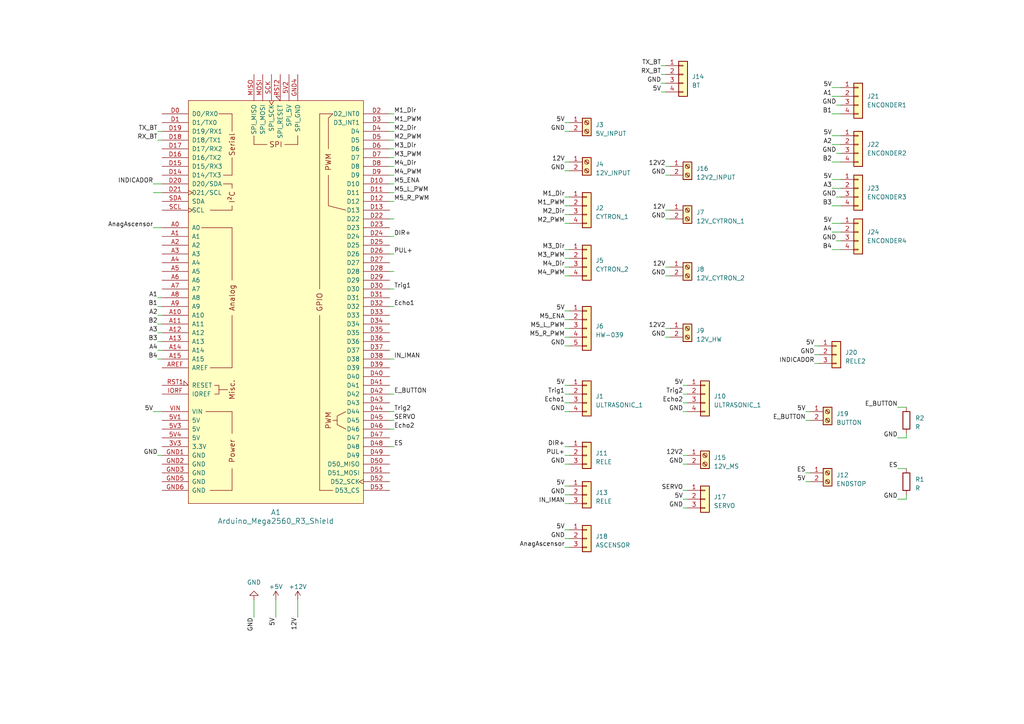
<source format=kicad_sch>
(kicad_sch (version 20231120) (generator "eeschema") (generator_version "8.0")
  (paper "A4")
  (lib_symbols
    (symbol "ARDUINO:Arduino_Mega2560_R3_Shield" (pin_names (offset 1.016))
      (property "Reference" "A" (at 0 -62.23 0))
      (property "Value" "Arduino_Mega2560_R3_Shield" (at 0 -66.04 0))
      (symbol "Arduino_Mega2560_R3_Shield_0_0"
        (rectangle (start -25.4 -58.42) (end 25.4 58.42) (fill (type background)))
        (rectangle (start -20.32 -31.75) (end -12.7 -31.75))
        (rectangle (start -19.05 -54.61) (end -12.7 -54.61))
        (rectangle (start -19.05 -19.05) (end -12.7 -19.05))
        (rectangle (start -19.05 26.67) (end -12.7 26.67))
        (rectangle (start -17.78 -26.67) (end -16.51 -26.67))
        (rectangle (start -17.78 -24.13) (end -16.51 -24.13))
        (rectangle (start -16.51 -25.4) (end -13.97 -25.4))
        (rectangle (start -16.51 -24.13) (end -16.51 -26.67))
        (rectangle (start -16.51 54.61) (end -12.7 54.61))
        (rectangle (start -15.24 34.29) (end -12.7 34.29))
        (rectangle (start -15.24 36.83) (end -12.7 36.83))
        (rectangle (start -12.7 -54.61) (end -12.7 -48.26))
        (rectangle (start -12.7 -31.75) (end -12.7 -38.1))
        (rectangle (start -12.7 26.67) (end -12.7 27.94))
        (rectangle (start -12.7 34.29) (end -12.7 33.02))
        (rectangle (start -12.7 41.91) (end -12.7 36.83))
        (rectangle (start -12.7 49.53) (end -12.7 54.61))
        (rectangle (start -6.35 48.26) (end -6.35 45.72))
        (rectangle (start -2.54 45.72) (end -6.35 45.72))
        (polyline (pts (xy -21.59 21.59) (xy -12.7 21.59)))
        (polyline (pts (xy -12.7 -19.05) (xy -12.7 -3.81)))
        (polyline (pts (xy -12.7 6.35) (xy -12.7 21.59)))
        (polyline (pts (xy 12.7 -54.61) (xy 16.51 -54.61)))
        (polyline (pts (xy 12.7 54.61) (xy 16.51 54.61)))
        (polyline (pts (xy 17.78 -34.29) (xy 16.51 -34.29)))
        (polyline (pts (xy 15.24 36.83) (xy 15.24 27.94) (xy 20.32 26.67)))
        (polyline (pts (xy 15.24 44.45) (xy 15.24 53.34) (xy 16.51 54.61)))
        (polyline (pts (xy 20.32 -31.75) (xy 17.78 -33.02) (xy 17.78 -35.56) (xy 20.32 -36.83)))
        (rectangle (start 6.35 45.72) (end 2.54 45.72))
        (rectangle (start 6.35 48.26) (end 6.35 45.72))
        (text "Analog" (at -12.7 1.27 900) (effects (font (size 1.524 1.524))))
        (text "I²C" (at -12.7 30.48 900) (effects (font (size 1.524 1.524))))
        (text "Misc." (at -12.7 -25.4 900) (effects (font (size 1.524 1.524))))
        (text "Power" (at -12.7 -43.18 900) (effects (font (size 1.524 1.524))))
        (text "PWM" (at 15.24 -34.29 900) (effects (font (size 1.524 1.524))))
        (text "PWM" (at 15.24 40.64 900) (effects (font (size 1.524 1.524))))
        (text "Serial" (at -12.7 45.72 900) (effects (font (size 1.524 1.524))))
        (text "SPI" (at 0 45.72 0) (effects (font (size 1.524 1.524))))
      )
      (symbol "Arduino_Mega2560_R3_Shield_1_0"
        (rectangle (start 12.7 -54.61) (end 12.7 -3.81))
        (rectangle (start 12.7 54.61) (end 12.7 3.81))
        (text "GPIO" (at 12.7 0 900) (effects (font (size 1.524 1.524))))
      )
      (symbol "Arduino_Mega2560_R3_Shield_1_1"
        (pin power_out line (at -33.02 -41.91 0) (length 7.62) (name "3.3V") (number "3V3"))
        (pin power_in line (at -33.02 -34.29 0) (length 7.62) (name "5V") (number "5V1"))
        (pin power_in line (at 3.81 66.04 270) (length 7.62) (name "SPI_5V") (number "5V2"))
        (pin power_in line (at -33.02 -36.83 0) (length 7.62) (name "5V") (number "5V3"))
        (pin power_in line (at -33.02 -39.37 0) (length 7.62) (name "5V") (number "5V4"))
        (pin bidirectional line (at -33.02 21.59 0) (length 7.62) (name "A0") (number "A0"))
        (pin bidirectional line (at -33.02 19.05 0) (length 7.62) (name "A1") (number "A1"))
        (pin bidirectional line (at -33.02 -3.81 0) (length 7.62) (name "A10") (number "A10"))
        (pin bidirectional line (at -33.02 -6.35 0) (length 7.62) (name "A11") (number "A11"))
        (pin bidirectional line (at -33.02 -8.89 0) (length 7.62) (name "A12") (number "A12"))
        (pin bidirectional line (at -33.02 -11.43 0) (length 7.62) (name "A13") (number "A13"))
        (pin bidirectional line (at -33.02 -13.97 0) (length 7.62) (name "A14") (number "A14"))
        (pin bidirectional line (at -33.02 -16.51 0) (length 7.62) (name "A15") (number "A15"))
        (pin bidirectional line (at -33.02 16.51 0) (length 7.62) (name "A2") (number "A2"))
        (pin bidirectional line (at -33.02 13.97 0) (length 7.62) (name "A3") (number "A3"))
        (pin bidirectional line (at -33.02 11.43 0) (length 7.62) (name "A4") (number "A4"))
        (pin bidirectional line (at -33.02 8.89 0) (length 7.62) (name "A5") (number "A5"))
        (pin bidirectional line (at -33.02 6.35 0) (length 7.62) (name "A6") (number "A6"))
        (pin bidirectional line (at -33.02 3.81 0) (length 7.62) (name "A7") (number "A7"))
        (pin bidirectional line (at -33.02 1.27 0) (length 7.62) (name "A8") (number "A8"))
        (pin bidirectional line (at -33.02 -1.27 0) (length 7.62) (name "A9") (number "A9"))
        (pin input line (at -33.02 -19.05 0) (length 7.62) (name "AREF") (number "AREF"))
        (pin bidirectional line (at -33.02 54.61 0) (length 7.62) (name "D0/RX0") (number "D0"))
        (pin bidirectional line (at -33.02 52.07 0) (length 7.62) (name "D1/TX0") (number "D1"))
        (pin bidirectional line (at 33.02 34.29 180) (length 7.62) (name "D10") (number "D10"))
        (pin bidirectional line (at 33.02 31.75 180) (length 7.62) (name "D11") (number "D11"))
        (pin bidirectional line (at 33.02 29.21 180) (length 7.62) (name "D12") (number "D12"))
        (pin bidirectional line (at 33.02 26.67 180) (length 7.62) (name "D13") (number "D13"))
        (pin bidirectional line (at -33.02 36.83 0) (length 7.62) (name "D14/TX3") (number "D14"))
        (pin bidirectional line (at -33.02 39.37 0) (length 7.62) (name "D15/RX3") (number "D15"))
        (pin bidirectional line (at -33.02 41.91 0) (length 7.62) (name "D16/TX2") (number "D16"))
        (pin bidirectional line (at -33.02 44.45 0) (length 7.62) (name "D17/RX2") (number "D17"))
        (pin bidirectional line (at -33.02 46.99 0) (length 7.62) (name "D18/TX1") (number "D18"))
        (pin bidirectional line (at -33.02 49.53 0) (length 7.62) (name "D19/RX1") (number "D19"))
        (pin bidirectional line (at 33.02 54.61 180) (length 7.62) (name "D2_INT0") (number "D2"))
        (pin bidirectional line (at -33.02 34.29 0) (length 7.62) (name "D20/SDA") (number "D20"))
        (pin bidirectional clock (at -33.02 31.75 0) (length 7.62) (name "D21/SCL") (number "D21"))
        (pin bidirectional line (at 33.02 24.13 180) (length 7.62) (name "D22") (number "D22"))
        (pin bidirectional line (at 33.02 21.59 180) (length 7.62) (name "D23") (number "D23"))
        (pin bidirectional line (at 33.02 19.05 180) (length 7.62) (name "D24") (number "D24"))
        (pin bidirectional line (at 33.02 16.51 180) (length 7.62) (name "D25") (number "D25"))
        (pin bidirectional line (at 33.02 13.97 180) (length 7.62) (name "D26") (number "D26"))
        (pin bidirectional line (at 33.02 11.43 180) (length 7.62) (name "D27") (number "D27"))
        (pin bidirectional line (at 33.02 8.89 180) (length 7.62) (name "D28") (number "D28"))
        (pin bidirectional line (at 33.02 6.35 180) (length 7.62) (name "D29") (number "D29"))
        (pin bidirectional line (at 33.02 52.07 180) (length 7.62) (name "D3_INT1") (number "D3"))
        (pin bidirectional line (at 33.02 3.81 180) (length 7.62) (name "D30") (number "D30"))
        (pin bidirectional line (at 33.02 1.27 180) (length 7.62) (name "D31") (number "D31"))
        (pin bidirectional line (at 33.02 -1.27 180) (length 7.62) (name "D32") (number "D32"))
        (pin bidirectional line (at 33.02 -3.81 180) (length 7.62) (name "D33") (number "D33"))
        (pin bidirectional line (at 33.02 -6.35 180) (length 7.62) (name "D34") (number "D34"))
        (pin bidirectional line (at 33.02 -8.89 180) (length 7.62) (name "D35") (number "D35"))
        (pin bidirectional line (at 33.02 -11.43 180) (length 7.62) (name "D36") (number "D36"))
        (pin bidirectional line (at 33.02 -13.97 180) (length 7.62) (name "D37") (number "D37"))
        (pin bidirectional line (at 33.02 -16.51 180) (length 7.62) (name "D38") (number "D38"))
        (pin bidirectional line (at 33.02 -19.05 180) (length 7.62) (name "D39") (number "D39"))
        (pin bidirectional line (at 33.02 49.53 180) (length 7.62) (name "D4") (number "D4"))
        (pin bidirectional line (at 33.02 -21.59 180) (length 7.62) (name "D40") (number "D40"))
        (pin bidirectional line (at 33.02 -24.13 180) (length 7.62) (name "D41") (number "D41"))
        (pin bidirectional line (at 33.02 -26.67 180) (length 7.62) (name "D42") (number "D42"))
        (pin bidirectional line (at 33.02 -29.21 180) (length 7.62) (name "D43") (number "D43"))
        (pin bidirectional line (at 33.02 -31.75 180) (length 7.62) (name "D44") (number "D44"))
        (pin bidirectional line (at 33.02 -34.29 180) (length 7.62) (name "D45") (number "D45"))
        (pin bidirectional line (at 33.02 -36.83 180) (length 7.62) (name "D46") (number "D46"))
        (pin bidirectional line (at 33.02 -39.37 180) (length 7.62) (name "D47") (number "D47"))
        (pin bidirectional line (at 33.02 -41.91 180) (length 7.62) (name "D48") (number "D48"))
        (pin bidirectional line (at 33.02 -44.45 180) (length 7.62) (name "D49") (number "D49"))
        (pin bidirectional line (at 33.02 46.99 180) (length 7.62) (name "D5") (number "D5"))
        (pin bidirectional line (at 33.02 -46.99 180) (length 7.62) (name "D50_MISO") (number "D50"))
        (pin bidirectional line (at 33.02 -49.53 180) (length 7.62) (name "D51_MOSI") (number "D51"))
        (pin bidirectional clock (at 33.02 -52.07 180) (length 7.62) (name "D52_SCK") (number "D52"))
        (pin bidirectional line (at 33.02 -54.61 180) (length 7.62) (name "D53_CS") (number "D53"))
        (pin bidirectional line (at 33.02 44.45 180) (length 7.62) (name "D6") (number "D6"))
        (pin bidirectional line (at 33.02 41.91 180) (length 7.62) (name "D7") (number "D7"))
        (pin bidirectional line (at 33.02 39.37 180) (length 7.62) (name "D8") (number "D8"))
        (pin bidirectional line (at 33.02 36.83 180) (length 7.62) (name "D9") (number "D9"))
        (pin power_in line (at -33.02 -44.45 0) (length 7.62) (name "GND") (number "GND1"))
        (pin power_in line (at -33.02 -46.99 0) (length 7.62) (name "GND") (number "GND2"))
        (pin power_in line (at -33.02 -49.53 0) (length 7.62) (name "GND") (number "GND3"))
        (pin power_in line (at 6.35 66.04 270) (length 7.62) (name "SPI_GND") (number "GND4"))
        (pin power_in line (at -33.02 -52.07 0) (length 7.62) (name "GND") (number "GND5"))
        (pin power_in line (at -33.02 -54.61 0) (length 7.62) (name "GND") (number "GND6"))
        (pin output line (at -33.02 -26.67 0) (length 7.62) (name "IOREF") (number "IORF"))
        (pin input line (at -6.35 66.04 270) (length 7.62) (name "SPI_MISO") (number "MISO"))
        (pin output line (at -3.81 66.04 270) (length 7.62) (name "SPI_MOSI") (number "MOSI"))
        (pin open_collector input_low (at -33.02 -24.13 0) (length 7.62) (name "RESET") (number "RST1"))
        (pin open_collector input_low (at 1.27 66.04 270) (length 7.62) (name "SPI_RESET") (number "RST2"))
        (pin output clock (at -1.27 66.04 270) (length 7.62) (name "SPI_SCK") (number "SCK"))
        (pin bidirectional clock (at -33.02 26.67 0) (length 7.62) (name "SCL") (number "SCL"))
        (pin bidirectional line (at -33.02 29.21 0) (length 7.62) (name "SDA") (number "SDA"))
        (pin power_in line (at -33.02 -31.75 0) (length 7.62) (name "VIN") (number "VIN"))
      )
    )
    (symbol "Connector:Screw_Terminal_01x02" (pin_names (offset 1.016) hide)
      (property "Reference" "J" (at 0 2.54 0))
      (property "Value" "Screw_Terminal_01x02" (at 0 -5.08 0))
      (symbol "Screw_Terminal_01x02_1_1"
        (rectangle (start -1.27 1.27) (end 1.27 -3.81) (stroke (width 0.254)) (fill (type background)))
        (circle (center 0 -2.54) (radius 0.635) (stroke (width 0.1524)))
        (polyline (pts (xy -0.5334 -2.2098) (xy 0.3302 -3.048)) (stroke (width 0.1524)))
        (polyline (pts (xy -0.5334 0.3302) (xy 0.3302 -0.508)) (stroke (width 0.1524)))
        (polyline (pts (xy -0.3556 -2.032) (xy 0.508 -2.8702)) (stroke (width 0.1524)))
        (polyline (pts (xy -0.3556 0.508) (xy 0.508 -0.3302)) (stroke (width 0.1524)))
        (circle (center 0 0) (radius 0.635) (stroke (width 0.1524)))
        (pin passive line (at -5.08 0 0) (length 3.81) (name "Pin_1") (number "1"))
        (pin passive line (at -5.08 -2.54 0) (length 3.81) (name "Pin_2") (number "2"))
      )
    )
    (symbol "Connector_Generic:Conn_01x03" (pin_names (offset 1.016) hide)
      (property "Reference" "J" (at 0 5.08 0))
      (property "Value" "Conn_01x03" (at 0 -5.08 0))
      (symbol "Conn_01x03_1_1"
        (rectangle (start -1.27 -2.413) (end 0 -2.667) (stroke (width 0.1524)))
        (rectangle (start -1.27 0.127) (end 0 -0.127) (stroke (width 0.1524)))
        (rectangle (start -1.27 2.667) (end 0 2.413) (stroke (width 0.1524)))
        (rectangle (start -1.27 3.81) (end 1.27 -3.81) (stroke (width 0.254)) (fill (type background)))
        (pin passive line (at -5.08 2.54 0) (length 3.81) (name "Pin_1") (number "1"))
        (pin passive line (at -5.08 0 0) (length 3.81) (name "Pin_2") (number "2"))
        (pin passive line (at -5.08 -2.54 0) (length 3.81) (name "Pin_3") (number "3"))
      )
    )
    (symbol "Connector_Generic:Conn_01x04" (pin_names (offset 1.016) hide)
      (property "Reference" "J" (at 0 5.08 0))
      (property "Value" "Conn_01x04" (at 0 -7.62 0))
      (symbol "Conn_01x04_1_1"
        (rectangle (start -1.27 -4.953) (end 0 -5.207) (stroke (width 0.1524)))
        (rectangle (start -1.27 -2.413) (end 0 -2.667) (stroke (width 0.1524)))
        (rectangle (start -1.27 0.127) (end 0 -0.127) (stroke (width 0.1524)))
        (rectangle (start -1.27 2.667) (end 0 2.413) (stroke (width 0.1524)))
        (rectangle (start -1.27 3.81) (end 1.27 -6.35) (stroke (width 0.254)) (fill (type background)))
        (pin passive line (at -5.08 2.54 0) (length 3.81) (name "Pin_1") (number "1"))
        (pin passive line (at -5.08 0 0) (length 3.81) (name "Pin_2") (number "2"))
        (pin passive line (at -5.08 -2.54 0) (length 3.81) (name "Pin_3") (number "3"))
        (pin passive line (at -5.08 -5.08 0) (length 3.81) (name "Pin_4") (number "4"))
      )
    )
    (symbol "Connector_Generic:Conn_01x05" (pin_names (offset 1.016) hide)
      (property "Reference" "J" (at 0 7.62 0))
      (property "Value" "Conn_01x05" (at 0 -7.62 0))
      (symbol "Conn_01x05_1_1"
        (rectangle (start -1.27 -4.953) (end 0 -5.207) (stroke (width 0.1524)))
        (rectangle (start -1.27 -2.413) (end 0 -2.667) (stroke (width 0.1524)))
        (rectangle (start -1.27 0.127) (end 0 -0.127) (stroke (width 0.1524)))
        (rectangle (start -1.27 2.667) (end 0 2.413) (stroke (width 0.1524)))
        (rectangle (start -1.27 5.207) (end 0 4.953) (stroke (width 0.1524)))
        (rectangle (start -1.27 6.35) (end 1.27 -6.35) (stroke (width 0.254)) (fill (type background)))
        (pin passive line (at -5.08 5.08 0) (length 3.81) (name "Pin_1") (number "1"))
        (pin passive line (at -5.08 2.54 0) (length 3.81) (name "Pin_2") (number "2"))
        (pin passive line (at -5.08 0 0) (length 3.81) (name "Pin_3") (number "3"))
        (pin passive line (at -5.08 -2.54 0) (length 3.81) (name "Pin_4") (number "4"))
        (pin passive line (at -5.08 -5.08 0) (length 3.81) (name "Pin_5") (number "5"))
      )
    )
    (symbol "Device:R" (pin_numbers hide) (pin_names (offset 0))
      (property "Reference" "R" (at 2.032 0 90))
      (property "Value" "R" (at 0 0 90))
      (symbol "R_0_1"
        (rectangle (start -1.016 -2.54) (end 1.016 2.54) (stroke (width 0.254)))
      )
      (symbol "R_1_1"
        (pin passive line (at 0 3.81 270) (length 1.27) (name "~") (number "1"))
        (pin passive line (at 0 -3.81 90) (length 1.27) (name "~") (number "2"))
      )
    )
    (symbol "power:+12V" (power) (pin_names (offset 0))
      (property "Value" "+12V" (at 0 3.556 0))
      (symbol "+12V_0_1"
        (polyline (pts (xy -0.762 1.27) (xy 0 2.54)))
        (polyline (pts (xy 0 0) (xy 0 2.54)))
        (polyline (pts (xy 0 2.54) (xy 0.762 1.27)))
      )
      (symbol "+12V_1_1"
        (pin power_in line (at 0 0 90) (length 0) hide (name "+12V") (number "1"))
      )
    )
    (symbol "power:+5V" (power) (pin_names (offset 0))
      (property "Value" "+5V" (at 0 3.556 0))
      (symbol "+5V_0_1"
        (polyline (pts (xy -0.762 1.27) (xy 0 2.54)))
        (polyline (pts (xy 0 0) (xy 0 2.54)))
        (polyline (pts (xy 0 2.54) (xy 0.762 1.27)))
      )
      (symbol "+5V_1_1"
        (pin power_in line (at 0 0 90) (length 0) hide (name "+5V") (number "1"))
      )
    )
    (symbol "power:GND" (power) (pin_names (offset 0))
      (property "Value" "GND" (at 0 -3.81 0))
      (symbol "GND_0_1"
        (polyline (pts (xy 0 0) (xy 0 -1.27) (xy 1.27 -1.27) (xy 0 -2.54) (xy -1.27 -1.27) (xy 0 -1.27)))
      )
      (symbol "GND_1_1"
        (pin power_in line (at 0 0 270) (length 0) hide (name "GND") (number "1"))
      )
    )
  )
  (wire (pts (xy 114.3 33.02) (xy 113.03 33.02)))
  (wire (pts (xy 163.83 57.15) (xy 165.1 57.15)))
  (wire (pts (xy 163.83 100.33) (xy 165.1 100.33)))
  (wire (pts (xy 163.83 49.53) (xy 165.1 49.53)))
  (wire (pts (xy 163.83 80.01) (xy 165.1 80.01)))
  (wire (pts (xy 233.68 139.7) (xy 234.95 139.7)))
  (wire (pts (xy 193.04 63.5) (xy 194.31 63.5)))
  (wire (pts (xy 163.83 140.97) (xy 165.1 140.97)))
  (wire (pts (xy 114.3 78.74) (xy 113.03 78.74)))
  (wire (pts (xy 163.83 92.71) (xy 165.1 92.71)))
  (wire (pts (xy 163.83 111.76) (xy 165.1 111.76)))
  (wire (pts (xy 193.04 48.26) (xy 194.31 48.26)))
  (wire (pts (xy 45.72 96.52) (xy 46.99 96.52)))
  (wire (pts (xy 191.77 24.13) (xy 193.04 24.13)))
  (wire (pts (xy 163.83 153.67) (xy 165.1 153.67)))
  (wire (pts (xy 236.22 100.33) (xy 237.49 100.33)))
  (wire (pts (xy 114.3 58.42) (xy 113.03 58.42)))
  (wire (pts (xy 114.3 83.82) (xy 113.03 83.82)))
  (wire (pts (xy 241.3 46.99) (xy 243.84 46.99)))
  (wire (pts (xy 242.57 44.45) (xy 243.84 44.45)))
  (wire (pts (xy 163.83 143.51) (xy 165.1 143.51)))
  (wire (pts (xy 163.83 38.1) (xy 165.1 38.1)))
  (wire (pts (xy 198.12 142.24) (xy 199.39 142.24)))
  (wire (pts (xy 198.12 132.08) (xy 199.39 132.08)))
  (wire (pts (xy 262.89 143.51) (xy 262.89 144.78)))
  (wire (pts (xy 114.3 45.72) (xy 113.03 45.72)))
  (wire (pts (xy 163.83 46.99) (xy 165.1 46.99)))
  (wire (pts (xy 163.83 134.62) (xy 165.1 134.62)))
  (wire (pts (xy 242.57 57.15) (xy 243.84 57.15)))
  (wire (pts (xy 163.83 95.25) (xy 165.1 95.25)))
  (wire (pts (xy 191.77 26.67) (xy 193.04 26.67)))
  (wire (pts (xy 233.68 137.16) (xy 234.95 137.16)))
  (wire (pts (xy 198.12 134.62) (xy 199.39 134.62)))
  (wire (pts (xy 163.83 35.56) (xy 165.1 35.56)))
  (wire (pts (xy 198.12 144.78) (xy 199.39 144.78)))
  (wire (pts (xy 163.83 132.08) (xy 165.1 132.08)))
  (wire (pts (xy 114.3 38.1) (xy 113.03 38.1)))
  (wire (pts (xy 198.12 111.76) (xy 199.39 111.76)))
  (wire (pts (xy 191.77 21.59) (xy 193.04 21.59)))
  (wire (pts (xy 114.3 124.46) (xy 113.03 124.46)))
  (wire (pts (xy 114.3 68.58) (xy 113.03 68.58)))
  (wire (pts (xy 236.22 105.41) (xy 237.49 105.41)))
  (wire (pts (xy 193.04 60.96) (xy 194.31 60.96)))
  (wire (pts (xy 45.72 88.9) (xy 46.99 88.9)))
  (wire (pts (xy 241.3 72.39) (xy 243.84 72.39)))
  (wire (pts (xy 241.3 25.4) (xy 243.84 25.4)))
  (wire (pts (xy 241.3 64.77) (xy 243.84 64.77)))
  (wire (pts (xy 163.83 114.3) (xy 165.1 114.3)))
  (wire (pts (xy 241.3 39.37) (xy 243.84 39.37)))
  (wire (pts (xy 241.3 52.07) (xy 243.84 52.07)))
  (wire (pts (xy 241.3 33.02) (xy 243.84 33.02)))
  (wire (pts (xy 163.83 72.39) (xy 165.1 72.39)))
  (wire (pts (xy 163.83 158.75) (xy 165.1 158.75)))
  (wire (pts (xy 163.83 74.93) (xy 165.1 74.93)))
  (wire (pts (xy 114.3 104.14) (xy 113.03 104.14)))
  (wire (pts (xy 163.83 129.54) (xy 165.1 129.54)))
  (wire (pts (xy 45.72 93.98) (xy 46.99 93.98)))
  (wire (pts (xy 193.04 77.47) (xy 194.31 77.47)))
  (wire (pts (xy 193.04 80.01) (xy 194.31 80.01)))
  (wire (pts (xy 45.72 86.36) (xy 46.99 86.36)))
  (wire (pts (xy 193.04 50.8) (xy 194.31 50.8)))
  (wire (pts (xy 193.04 97.79) (xy 194.31 97.79)))
  (wire (pts (xy 114.3 48.26) (xy 113.03 48.26)))
  (wire (pts (xy 73.66 179.07) (xy 73.66 173.99)))
  (wire (pts (xy 241.3 59.69) (xy 243.84 59.69)))
  (wire (pts (xy 80.01 173.99) (xy 80.01 179.07)))
  (wire (pts (xy 45.72 91.44) (xy 46.99 91.44)))
  (wire (pts (xy 163.83 62.23) (xy 165.1 62.23)))
  (wire (pts (xy 44.45 119.38) (xy 46.99 119.38)))
  (wire (pts (xy 45.72 38.1) (xy 46.99 38.1)))
  (wire (pts (xy 163.83 119.38) (xy 165.1 119.38)))
  (wire (pts (xy 45.72 132.08) (xy 46.99 132.08)))
  (wire (pts (xy 260.35 135.89) (xy 262.89 135.89)))
  (wire (pts (xy 163.83 90.17) (xy 165.1 90.17)))
  (wire (pts (xy 114.3 129.54) (xy 113.03 129.54)))
  (wire (pts (xy 242.57 69.85) (xy 243.84 69.85)))
  (wire (pts (xy 45.72 104.14) (xy 46.99 104.14)))
  (wire (pts (xy 193.04 95.25) (xy 194.31 95.25)))
  (wire (pts (xy 114.3 88.9) (xy 113.03 88.9)))
  (wire (pts (xy 114.3 73.66) (xy 113.03 73.66)))
  (wire (pts (xy 241.3 54.61) (xy 243.84 54.61)))
  (wire (pts (xy 163.83 97.79) (xy 165.1 97.79)))
  (wire (pts (xy 114.3 114.3) (xy 113.03 114.3)))
  (wire (pts (xy 86.36 173.99) (xy 86.36 179.07)))
  (wire (pts (xy 241.3 41.91) (xy 243.84 41.91)))
  (wire (pts (xy 233.68 121.92) (xy 234.95 121.92)))
  (wire (pts (xy 242.57 30.48) (xy 243.84 30.48)))
  (wire (pts (xy 260.35 118.11) (xy 262.89 118.11)))
  (wire (pts (xy 114.3 63.5) (xy 113.03 63.5)))
  (wire (pts (xy 45.72 101.6) (xy 46.99 101.6)))
  (wire (pts (xy 163.83 77.47) (xy 165.1 77.47)))
  (wire (pts (xy 233.68 119.38) (xy 234.95 119.38)))
  (wire (pts (xy 241.3 67.31) (xy 243.84 67.31)))
  (wire (pts (xy 262.89 144.78) (xy 260.35 144.78)))
  (wire (pts (xy 241.3 27.94) (xy 243.84 27.94)))
  (wire (pts (xy 114.3 53.34) (xy 113.03 53.34)))
  (wire (pts (xy 114.3 119.38) (xy 113.03 119.38)))
  (wire (pts (xy 198.12 114.3) (xy 199.39 114.3)))
  (wire (pts (xy 262.89 127) (xy 260.35 127)))
  (wire (pts (xy 163.83 64.77) (xy 165.1 64.77)))
  (wire (pts (xy 163.83 59.69) (xy 165.1 59.69)))
  (wire (pts (xy 114.3 35.56) (xy 113.03 35.56)))
  (wire (pts (xy 198.12 119.38) (xy 199.39 119.38)))
  (wire (pts (xy 236.22 102.87) (xy 237.49 102.87)))
  (wire (pts (xy 198.12 147.32) (xy 199.39 147.32)))
  (wire (pts (xy 262.89 125.73) (xy 262.89 127)))
  (wire (pts (xy 163.83 116.84) (xy 165.1 116.84)))
  (wire (pts (xy 44.45 55.88) (xy 46.99 55.88)))
  (wire (pts (xy 163.83 146.05) (xy 165.1 146.05)))
  (wire (pts (xy 44.45 66.04) (xy 46.99 66.04)))
  (wire (pts (xy 45.72 99.06) (xy 46.99 99.06)))
  (wire (pts (xy 198.12 116.84) (xy 199.39 116.84)))
  (wire (pts (xy 114.3 55.88) (xy 113.03 55.88)))
  (wire (pts (xy 44.45 53.34) (xy 46.99 53.34)))
  (wire (pts (xy 114.3 121.92) (xy 113.03 121.92)))
  (wire (pts (xy 114.3 40.64) (xy 113.03 40.64)))
  (wire (pts (xy 163.83 156.21) (xy 165.1 156.21)))
  (wire (pts (xy 114.3 43.18) (xy 113.03 43.18)))
  (wire (pts (xy 191.77 19.05) (xy 193.04 19.05)))
  (wire (pts (xy 114.3 50.8) (xy 113.03 50.8)))
  (wire (pts (xy 45.72 40.64) (xy 46.99 40.64)))
  (label "M1_PWM" (at 163.83 59.69 180))
  (label "Echo1" (at 163.83 116.84 180))
  (label "5V" (at 241.3 52.07 180))
  (label "M5_L_PWM" (at 163.83 95.25 180))
  (label "5V" (at 241.3 64.77 180))
  (label "5V" (at 163.83 35.56 180))
  (label "12V" (at 193.04 77.47 180))
  (label "M1_Dir" (at 114.3 33.02 0))
  (label "5V" (at 233.68 119.38 180))
  (label "GND" (at 198.12 134.62 180))
  (label "GND" (at 260.35 127 180))
  (label "A1" (at 241.3 27.94 180))
  (label "M2_PWM" (at 163.83 64.77 180))
  (label "M5_ENA" (at 114.3 53.34 0))
  (label "INDICADOR" (at 236.22 105.41 180))
  (label "GND" (at 198.12 119.38 180))
  (label "GND" (at 163.83 38.1 180))
  (label "GND" (at 163.83 143.51 180))
  (label "RX_BT" (at 45.72 40.64 180))
  (label "B3" (at 241.3 59.69 180))
  (label "Trig1" (at 114.3 83.82 0))
  (label "DIR+" (at 114.3 68.58 0))
  (label "5V" (at 236.22 100.33 180))
  (label "12V" (at 86.36 179.07 270))
  (label "M1_Dir" (at 163.83 57.15 180))
  (label "5V" (at 241.3 39.37 180))
  (label "ES" (at 260.35 135.89 180))
  (label "GND" (at 191.77 24.13 180))
  (label "B1" (at 45.72 88.9 180))
  (label "GND" (at 163.83 134.62 180))
  (label "12V" (at 193.04 60.96 180))
  (label "Trig2" (at 198.12 114.3 180))
  (label "AnagAscensor" (at 163.83 158.75 180))
  (label "GND" (at 242.57 30.48 180))
  (label "IN_IMAN" (at 163.83 146.05 180))
  (label "RX_BT" (at 191.77 21.59 180))
  (label "A3" (at 241.3 54.61 180))
  (label "ES" (at 233.68 137.16 180))
  (label "12V" (at 163.83 46.99 180))
  (label "M5_L_PWM" (at 114.3 55.88 0))
  (label "GND" (at 193.04 50.8 180))
  (label "A3" (at 45.72 96.52 180))
  (label "12V2" (at 193.04 48.26 180))
  (label "A4" (at 241.3 67.31 180))
  (label "GND" (at 242.57 57.15 180))
  (label "GND" (at 236.22 102.87 180))
  (label "GND" (at 193.04 80.01 180))
  (label "M2_Dir" (at 114.3 38.1 0))
  (label "M1_PWM" (at 114.3 35.56 0))
  (label "INDICADOR" (at 44.45 53.34 180))
  (label "5V" (at 241.3 25.4 180))
  (label "SERVO" (at 114.3 121.92 0))
  (label "M3_PWM" (at 163.83 74.93 180))
  (label "GND" (at 193.04 63.5 180))
  (label "PUL+" (at 114.3 73.66 0))
  (label "M3_Dir" (at 163.83 72.39 180))
  (label "Echo2" (at 114.3 124.46 0))
  (label "M4_PWM" (at 163.83 80.01 180))
  (label "M5_R_PWM" (at 163.83 97.79 180))
  (label "DIR+" (at 163.83 129.54 180))
  (label "TX_BT" (at 45.72 38.1 180))
  (label "M4_Dir" (at 114.3 48.26 0))
  (label "M2_Dir" (at 163.83 62.23 180))
  (label "B1" (at 241.3 33.02 180))
  (label "12V2" (at 193.04 95.25 180))
  (label "GND" (at 163.83 49.53 180))
  (label "B2" (at 241.3 46.99 180))
  (label "E_BUTTON" (at 260.35 118.11 180))
  (label "Echo1" (at 114.3 88.9 0))
  (label "GND" (at 163.83 119.38 180))
  (label "A2" (at 45.72 91.44 180))
  (label "Echo2" (at 198.12 116.84 180))
  (label "5V" (at 44.45 119.38 180))
  (label "M4_Dir" (at 163.83 77.47 180))
  (label "TX_BT" (at 191.77 19.05 180))
  (label "A1" (at 45.72 86.36 180))
  (label "AnagAscensor" (at 44.45 66.04 180))
  (label "PUL+" (at 163.83 132.08 180))
  (label "5V" (at 80.01 179.07 270))
  (label "M2_PWM" (at 114.3 40.64 0))
  (label "GND" (at 73.66 179.07 270))
  (label "A2" (at 241.3 41.91 180))
  (label "SERVO" (at 198.12 142.24 180))
  (label "M5_R_PWM" (at 114.3 58.42 0))
  (label "B4" (at 45.72 104.14 180))
  (label "GND" (at 198.12 147.32 180))
  (label "B3" (at 45.72 99.06 180))
  (label "5V" (at 198.12 144.78 180))
  (label "M4_PWM" (at 114.3 50.8 0))
  (label "5V" (at 233.68 139.7 180))
  (label "GND" (at 260.35 144.78 180))
  (label "M3_PWM" (at 114.3 45.72 0))
  (label "B2" (at 45.72 93.98 180))
  (label "5V" (at 198.12 111.76 180))
  (label "ES" (at 114.3 129.54 0))
  (label "Trig2" (at 114.3 119.38 0))
  (label "5V" (at 163.83 111.76 180))
  (label "M5_ENA" (at 163.83 92.71 180))
  (label "5V" (at 163.83 140.97 180))
  (label "GND" (at 45.72 132.08 180))
  (label "5V" (at 163.83 90.17 180))
  (label "B4" (at 241.3 72.39 180))
  (label "Trig1" (at 163.83 114.3 180))
  (label "A4" (at 45.72 101.6 180))
  (label "M3_Dir" (at 114.3 43.18 0))
  (label "GND" (at 163.83 100.33 180))
  (label "GND" (at 163.83 156.21 180))
  (label "GND" (at 242.57 44.45 180))
  (label "GND" (at 193.04 97.79 180))
  (label "5V" (at 191.77 26.67 180))
  (label "E_BUTTON" (at 114.3 114.3 0))
  (label "5V" (at 163.83 153.67 180))
  (label "E_BUTTON" (at 233.68 121.92 180))
  (label "12V2" (at 198.12 132.08 180))
  (label "IN_IMAN" (at 114.3 104.14 0))
  (label "GND" (at 242.57 69.85 180))
  (symbol (lib_id "Connector_Generic:Conn_01x04") (at 248.92 67.31 0) (unit 1)
    (property "Reference" "J24" (at 251.46 67.3099 0) (effects (justify left)))
    (property "Value" "ENCONDER4" (at 251.46 69.8499 0) (effects (justify left)))
    (property "Footprint" "Connector_JST:JST_EH_B4B-EH-A_1x04_P2.50mm_Vertical" (effects (hide yes)))
  )
  (symbol (lib_id "Connector_Generic:Conn_01x04") (at 248.92 27.94 0) (unit 1)
    (property "Reference" "J21" (at 251.46 27.9399 0) (effects (justify left)))
    (property "Value" "ENCONDER1" (at 251.46 30.4799 0) (effects (justify left)))
    (property "Footprint" "Connector_JST:JST_EH_B4B-EH-A_1x04_P2.50mm_Vertical" (effects (hide yes)))
  )
  (symbol (lib_id "Connector_Generic:Conn_01x04") (at 248.92 54.61 0) (unit 1)
    (property "Reference" "J23" (at 251.46 54.6099 0) (effects (justify left)))
    (property "Value" "ENCONDER3" (at 251.46 57.1499 0) (effects (justify left)))
    (property "Footprint" "Connector_JST:JST_EH_B4B-EH-A_1x04_P2.50mm_Vertical" (effects (hide yes)))
  )
  (symbol (lib_id "Connector:Screw_Terminal_01x02") (at 199.39 77.47 0) (unit 1)
    (property "Reference" "J8" (at 201.93 78.105 0) (effects (justify left)))
    (property "Value" "12V_CYTRON_2" (at 201.93 80.645 0) (effects (justify left)))
    (property "Footprint" "TerminalBlock_4Ucon:TerminalBlock_4Ucon_1x02_P3.50mm_Horizontal" (effects (hide yes)))
  )
  (symbol (lib_id "Connector_Generic:Conn_01x04") (at 170.18 114.3 0) (unit 1)
    (property "Reference" "J1" (at 172.72 114.935 0) (effects (justify left)))
    (property "Value" "ULTRASONIC_1" (at 172.72 117.475 0) (effects (justify left)))
    (property "Footprint" "Connector_JST:JST_EH_B4B-EH-A_1x04_P2.50mm_Vertical" (effects (hide yes)))
  )
  (symbol (lib_id "power:+12V") (at 86.36 173.99 0) (unit 1)
    (property "Reference" "#PWR03" (effects (hide yes)))
    (property "Value" "+12V" (at 86.36 170.18 0))
  )
  (symbol (lib_id "Connector:Screw_Terminal_01x02") (at 240.03 137.16 0) (unit 1)
    (property "Reference" "J12" (at 242.57 137.795 0) (effects (justify left)))
    (property "Value" "ENDSTOP" (at 242.57 140.335 0) (effects (justify left)))
    (property "Footprint" "TerminalBlock_4Ucon:TerminalBlock_4Ucon_1x02_P3.50mm_Horizontal" (effects (hide yes)))
  )
  (symbol (lib_id "Connector_Generic:Conn_01x05") (at 170.18 95.25 0) (unit 1)
    (property "Reference" "J6" (at 172.72 94.615 0) (effects (justify left)))
    (property "Value" "HW-039" (at 172.72 97.155 0) (effects (justify left)))
    (property "Footprint" "Connector_JST:JST_EH_B5B-EH-A_1x05_P2.50mm_Vertical" (effects (hide yes)))
  )
  (symbol (lib_id "Connector_Generic:Conn_01x04") (at 204.47 114.3 0) (unit 1)
    (property "Reference" "J10" (at 207.01 114.935 0) (effects (justify left)))
    (property "Value" "ULTRASONIC_1" (at 207.01 117.475 0) (effects (justify left)))
    (property "Footprint" "Connector_JST:JST_EH_B4B-EH-A_1x04_P2.50mm_Vertical" (effects (hide yes)))
  )
  (symbol (lib_id "Connector:Screw_Terminal_01x02") (at 204.47 132.08 0) (unit 1)
    (property "Reference" "J15" (at 207.01 132.715 0) (effects (justify left)))
    (property "Value" "12V_MS" (at 207.01 135.255 0) (effects (justify left)))
    (property "Footprint" "TerminalBlock_4Ucon:TerminalBlock_4Ucon_1x02_P3.50mm_Horizontal" (effects (hide yes)))
  )
  (symbol (lib_id "Device:R") (at 262.89 139.7 0) (unit 1)
    (property "Reference" "R1" (at 265.43 139.065 0) (effects (justify left)))
    (property "Value" "R" (at 265.43 141.605 0) (effects (justify left)))
    (property "Footprint" "Resistor_THT:R_Axial_DIN0204_L3.6mm_D1.6mm_P7.62mm_Horizontal" (effects (hide yes)))
  )
  (symbol (lib_id "power:GND") (at 73.66 173.99 180) (unit 1)
    (property "Reference" "#PWR01" (effects (hide yes)))
    (property "Value" "GND" (at 73.66 168.91 0))
  )
  (symbol (lib_id "Connector_Generic:Conn_01x03") (at 170.18 132.08 0) (unit 1)
    (property "Reference" "J11" (at 172.72 131.445 0) (effects (justify left)))
    (property "Value" "RELE" (at 172.72 133.985 0) (effects (justify left)))
    (property "Footprint" "Connector_JST:JST_EH_B3B-EH-A_1x03_P2.50mm_Vertical" (effects (hide yes)))
  )
  (symbol (lib_id "Connector_Generic:Conn_01x04") (at 248.92 41.91 0) (unit 1)
    (property "Reference" "J22" (at 251.46 41.9099 0) (effects (justify left)))
    (property "Value" "ENCONDER2" (at 251.46 44.4499 0) (effects (justify left)))
    (property "Footprint" "Connector_JST:JST_EH_B4B-EH-A_1x04_P2.50mm_Vertical" (effects (hide yes)))
  )
  (symbol (lib_id "Connector_Generic:Conn_01x03") (at 242.57 102.87 0) (unit 1)
    (property "Reference" "J20" (at 245.11 102.235 0) (effects (justify left)))
    (property "Value" "RELE2" (at 245.11 104.775 0) (effects (justify left)))
    (property "Footprint" "Connector_JST:JST_EH_B3B-EH-A_1x03_P2.50mm_Vertical" (effects (hide yes)))
  )
  (symbol (lib_id "Connector:Screw_Terminal_01x02") (at 240.03 119.38 0) (unit 1)
    (property "Reference" "J19" (at 242.57 120.015 0) (effects (justify left)))
    (property "Value" "BUTTON" (at 242.57 122.555 0) (effects (justify left)))
    (property "Footprint" "TerminalBlock_4Ucon:TerminalBlock_4Ucon_1x02_P3.50mm_Horizontal" (effects (hide yes)))
  )
  (symbol (lib_id "ARDUINO:Arduino_Mega2560_R3_Shield") (at 80.01 87.63 0) (unit 1)
    (property "Reference" "A1" (at 80.01 148.59 0) (effects (font (size 1.524 1.524))))
    (property "Value" "Arduino_Mega2560_R3_Shield" (at 80.01 151.13 0) (effects (font (size 1.524 1.524))))
    (property "Footprint" "ARDUINO:Arduino_Mega2560_R3_Shield" (effects (hide yes)))
    (property "Datasheet" "https://docs.arduino.cc/hardware/mega-2560" (effects (hide yes)))
  )
  (symbol (lib_id "Connector_Generic:Conn_01x04") (at 170.18 74.93 0) (unit 1)
    (property "Reference" "J5" (at 172.72 75.565 0) (effects (justify left)))
    (property "Value" "CYTRON_2" (at 172.72 78.105 0) (effects (justify left)))
    (property "Footprint" "Connector_JST:JST_EH_B4B-EH-A_1x04_P2.50mm_Vertical" (effects (hide yes)))
  )
  (symbol (lib_id "Connector_Generic:Conn_01x04") (at 170.18 59.69 0) (unit 1)
    (property "Reference" "J2" (at 172.72 60.325 0) (effects (justify left)))
    (property "Value" "CYTRON_1" (at 172.72 62.865 0) (effects (justify left)))
    (property "Footprint" "Connector_JST:JST_EH_B4B-EH-A_1x04_P2.50mm_Vertical" (effects (hide yes)))
  )
  (symbol (lib_id "Connector:Screw_Terminal_01x02") (at 170.18 46.99 0) (unit 1)
    (property "Reference" "J4" (at 172.72 47.625 0) (effects (justify left)))
    (property "Value" "12V_INPUT" (at 172.72 50.165 0) (effects (justify left)))
    (property "Footprint" "TerminalBlock:TerminalBlock_bornier-2_P5.08mm" (effects (hide yes)))
  )
  (symbol (lib_id "Connector_Generic:Conn_01x04") (at 198.12 21.59 0) (unit 1)
    (property "Reference" "J14" (at 200.66 22.225 0) (effects (justify left)))
    (property "Value" "BT" (at 200.66 24.765 0) (effects (justify left)))
    (property "Footprint" "Connector_JST:JST_EH_B4B-EH-A_1x04_P2.50mm_Vertical" (effects (hide yes)))
  )
  (symbol (lib_id "Connector_Generic:Conn_01x03") (at 170.18 156.21 0) (unit 1)
    (property "Reference" "J18" (at 172.72 155.575 0) (effects (justify left)))
    (property "Value" "ASCENSOR" (at 172.72 158.115 0) (effects (justify left)))
    (property "Footprint" "Connector_JST:JST_EH_B3B-EH-A_1x03_P2.50mm_Vertical" (effects (hide yes)))
  )
  (symbol (lib_id "Connector_Generic:Conn_01x03") (at 204.47 144.78 0) (unit 1)
    (property "Reference" "J17" (at 207.01 144.145 0) (effects (justify left)))
    (property "Value" "SERVO" (at 207.01 146.685 0) (effects (justify left)))
    (property "Footprint" "Connector_JST:JST_EH_B3B-EH-A_1x03_P2.50mm_Vertical" (effects (hide yes)))
  )
  (symbol (lib_id "Connector:Screw_Terminal_01x02") (at 199.39 48.26 0) (unit 1)
    (property "Reference" "J16" (at 201.93 48.895 0) (effects (justify left)))
    (property "Value" "12V2_INPUT" (at 201.93 51.435 0) (effects (justify left)))
    (property "Footprint" "TerminalBlock:TerminalBlock_bornier-2_P5.08mm" (effects (hide yes)))
  )
  (symbol (lib_id "Connector:Screw_Terminal_01x02") (at 199.39 60.96 0) (unit 1)
    (property "Reference" "J7" (at 201.93 61.595 0) (effects (justify left)))
    (property "Value" "12V_CYTRON_1" (at 201.93 64.135 0) (effects (justify left)))
    (property "Footprint" "TerminalBlock_4Ucon:TerminalBlock_4Ucon_1x02_P3.50mm_Horizontal" (effects (hide yes)))
  )
  (symbol (lib_id "Device:R") (at 262.89 121.92 0) (unit 1)
    (property "Reference" "R2" (at 265.43 121.285 0) (effects (justify left)))
    (property "Value" "R" (at 265.43 123.825 0) (effects (justify left)))
    (property "Footprint" "Resistor_THT:R_Axial_DIN0204_L3.6mm_D1.6mm_P7.62mm_Horizontal" (effects (hide yes)))
  )
  (symbol (lib_id "Connector_Generic:Conn_01x03") (at 170.18 143.51 0) (unit 1)
    (property "Reference" "J13" (at 172.72 142.875 0) (effects (justify left)))
    (property "Value" "RELE" (at 172.72 145.415 0) (effects (justify left)))
    (property "Footprint" "Connector_JST:JST_EH_B3B-EH-A_1x03_P2.50mm_Vertical" (effects (hide yes)))
  )
  (symbol (lib_id "Connector:Screw_Terminal_01x02") (at 170.18 35.56 0) (unit 1)
    (property "Reference" "J3" (at 172.72 36.195 0) (effects (justify left)))
    (property "Value" "5V_INPUT" (at 172.72 38.735 0) (effects (justify left)))
    (property "Footprint" "TerminalBlock:TerminalBlock_bornier-2_P5.08mm" (effects (hide yes)))
  )
  (symbol (lib_id "power:+5V") (at 80.01 173.99 0) (unit 1)
    (property "Reference" "#PWR02" (effects (hide yes)))
    (property "Value" "+5V" (at 80.01 170.18 0))
  )
  (symbol (lib_id "Connector:Screw_Terminal_01x02") (at 199.39 95.25 0) (unit 1)
    (property "Reference" "J9" (at 201.93 95.885 0) (effects (justify left)))
    (property "Value" "12V_HW" (at 201.93 98.425 0) (effects (justify left)))
    (property "Footprint" "TerminalBlock_4Ucon:TerminalBlock_4Ucon_1x02_P3.50mm_Horizontal" (effects (hide yes)))
  )
)
</source>
